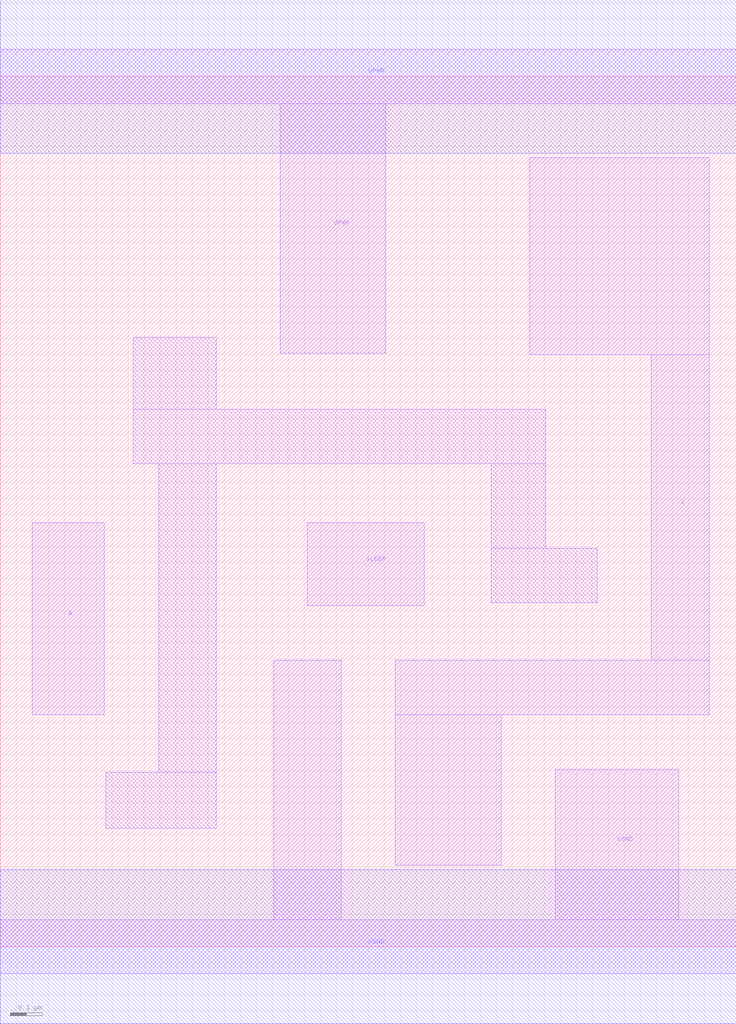
<source format=lef>
# Copyright 2020 The SkyWater PDK Authors
#
# Licensed under the Apache License, Version 2.0 (the "License");
# you may not use this file except in compliance with the License.
# You may obtain a copy of the License at
#
#     https://www.apache.org/licenses/LICENSE-2.0
#
# Unless required by applicable law or agreed to in writing, software
# distributed under the License is distributed on an "AS IS" BASIS,
# WITHOUT WARRANTIES OR CONDITIONS OF ANY KIND, either express or implied.
# See the License for the specific language governing permissions and
# limitations under the License.
#
# SPDX-License-Identifier: Apache-2.0

VERSION 5.5 ;
NAMESCASESENSITIVE ON ;
BUSBITCHARS "[]" ;
DIVIDERCHAR "/" ;
MACRO sky130_fd_sc_hd__lpflow_isobufsrc_1
  CLASS CORE ;
  SOURCE USER ;
  ORIGIN  0.000000  0.000000 ;
  SIZE  2.300000 BY  2.720000 ;
  SYMMETRY X Y R90 ;
  SITE unithd ;
  PIN A
    ANTENNAGATEAREA  0.126000 ;
    DIRECTION INPUT ;
    USE SIGNAL ;
    PORT
      LAYER li1 ;
        RECT 0.100000 0.725000 0.325000 1.325000 ;
    END
  END A
  PIN SLEEP
    ANTENNAGATEAREA  0.247500 ;
    DIRECTION INPUT ;
    USE SIGNAL ;
    PORT
      LAYER li1 ;
        RECT 0.960000 1.065000 1.325000 1.325000 ;
    END
  END SLEEP
  PIN X
    ANTENNADIFFAREA  0.435500 ;
    DIRECTION OUTPUT ;
    USE SIGNAL ;
    PORT
      LAYER li1 ;
        RECT 1.235000 0.255000 1.565000 0.725000 ;
        RECT 1.235000 0.725000 2.215000 0.895000 ;
        RECT 1.655000 1.850000 2.215000 2.465000 ;
        RECT 2.035000 0.895000 2.215000 1.850000 ;
    END
  END X
  PIN VGND
    DIRECTION INOUT ;
    SHAPE ABUTMENT ;
    USE GROUND ;
    PORT
      LAYER li1 ;
        RECT 0.000000 -0.085000 2.300000 0.085000 ;
        RECT 0.855000  0.085000 1.065000 0.895000 ;
        RECT 1.735000  0.085000 2.120000 0.555000 ;
    END
    PORT
      LAYER met1 ;
        RECT 0.000000 -0.240000 2.300000 0.240000 ;
    END
  END VGND
  PIN VPWR
    DIRECTION INOUT ;
    SHAPE ABUTMENT ;
    USE POWER ;
    PORT
      LAYER li1 ;
        RECT 0.000000 2.635000 2.300000 2.805000 ;
        RECT 0.875000 1.855000 1.205000 2.635000 ;
    END
    PORT
      LAYER met1 ;
        RECT 0.000000 2.480000 2.300000 2.960000 ;
    END
  END VPWR
  OBS
    LAYER li1 ;
      RECT 0.330000 0.370000 0.675000 0.545000 ;
      RECT 0.415000 1.510000 1.705000 1.680000 ;
      RECT 0.415000 1.680000 0.675000 1.905000 ;
      RECT 0.495000 0.545000 0.675000 1.510000 ;
      RECT 1.535000 1.075000 1.865000 1.245000 ;
      RECT 1.535000 1.245000 1.705000 1.510000 ;
  END
END sky130_fd_sc_hd__lpflow_isobufsrc_1
END LIBRARY

</source>
